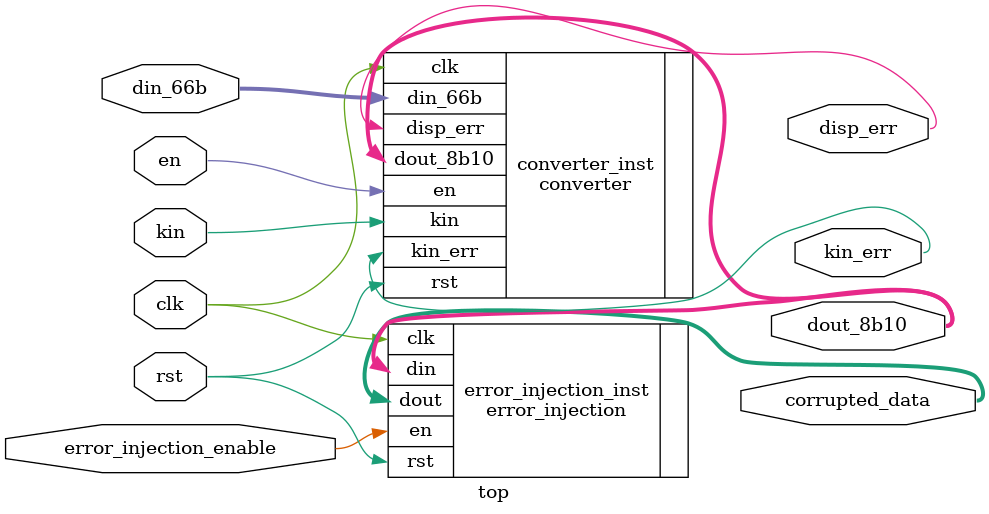
<source format=v>
module top (
    input wire clk,               // Clock signal
    input wire rst,               // Reset signal
    input wire en,                // Enable signal
    input wire [65:0] din_66b,    // 66-bit input (64-bit data + 2-bit sync)
    input wire kin,               // Control character
    input wire error_injection_enable,
    output wire [79:0] dout_8b10, // 8 x 10-bit output
    output wire disp_err,         // Disparity error
    output wire kin_err,          // Control character error
    output wire [79:0] corrupted_data
);

    // Instantiate the converter module
    converter converter_inst (
        .clk(clk),
        .rst(rst),
        .en(en),
        .din_66b(din_66b),
        .kin(kin),
        .dout_8b10(dout_8b10),
        .disp_err(disp_err),
        .kin_err(kin_err)
    );

    // Instantiate the error injection module
    error_injection #(
        .ERROR_RATE(1),  // 1 in 100 chance of error
        .NUM_BITS(1)       // Flip 1 bit
    ) error_injection_inst (
        .clk(clk),
        .rst(rst),
        .en(error_injection_enable),
        .din(dout_8b10),
        .dout(corrupted_data)
    );
    
endmodule
</source>
